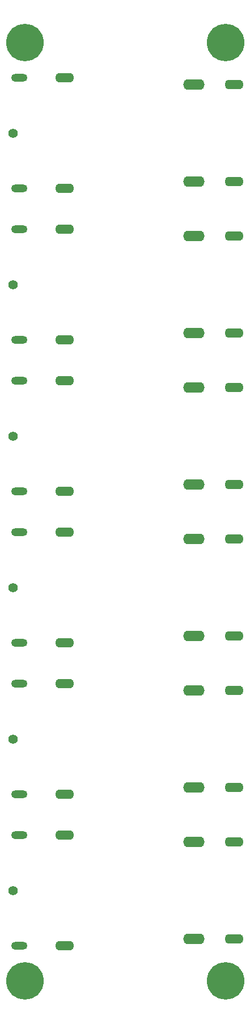
<source format=gbr>
%TF.GenerationSoftware,KiCad,Pcbnew,6.0.7-1.fc36*%
%TF.CreationDate,2022-07-28T15:58:57+01:00*%
%TF.ProjectId,pc070_aida_hdmi_dp,70633037-305f-4616-9964-615f68646d69,rev?*%
%TF.SameCoordinates,Original*%
%TF.FileFunction,Soldermask,Bot*%
%TF.FilePolarity,Negative*%
%FSLAX46Y46*%
G04 Gerber Fmt 4.6, Leading zero omitted, Abs format (unit mm)*
G04 Created by KiCad (PCBNEW 6.0.7-1.fc36) date 2022-07-28 15:58:57*
%MOMM*%
%LPD*%
G01*
G04 APERTURE LIST*
%ADD10O,3.200000X1.600000*%
%ADD11O,2.820000X1.410000*%
%ADD12C,3.600000*%
%ADD13C,5.600000*%
%ADD14C,1.400000*%
%ADD15O,2.800000X1.400000*%
%ADD16O,2.400000X1.200000*%
G04 APERTURE END LIST*
D10*
%TO.C,J6*%
X100300000Y-110947000D03*
X100300000Y-96447000D03*
D11*
X106260000Y-110947000D03*
X106260000Y-96447000D03*
%TD*%
D12*
%TO.C,H3*%
X105000000Y-185000000D03*
D13*
X105000000Y-185000000D03*
%TD*%
%TO.C,H4*%
X75000000Y-185000000D03*
D12*
X75000000Y-185000000D03*
%TD*%
D10*
%TO.C,J8*%
X100300000Y-133553000D03*
X100300000Y-119053000D03*
D11*
X106260000Y-133553000D03*
X106260000Y-119053000D03*
%TD*%
D14*
%TO.C,J7*%
X73280000Y-126303000D03*
D15*
X80960000Y-118053000D03*
X80960000Y-134553000D03*
D16*
X74180000Y-118053000D03*
X74180000Y-134553000D03*
%TD*%
D10*
%TO.C,J2*%
X100300000Y-65735000D03*
X100300000Y-51235000D03*
D11*
X106260000Y-65735000D03*
X106260000Y-51235000D03*
%TD*%
D12*
%TO.C,H2*%
X105000000Y-45000000D03*
D13*
X105000000Y-45000000D03*
%TD*%
D14*
%TO.C,J9*%
X73280000Y-148909000D03*
D15*
X80960000Y-140659000D03*
X80960000Y-157159000D03*
D16*
X74180000Y-140659000D03*
X74180000Y-157159000D03*
%TD*%
D12*
%TO.C,H1*%
X75000000Y-45000000D03*
D13*
X75000000Y-45000000D03*
%TD*%
D10*
%TO.C,J4*%
X100300000Y-88341000D03*
X100300000Y-73841000D03*
D11*
X106260000Y-88341000D03*
X106260000Y-73841000D03*
%TD*%
D10*
%TO.C,J10*%
X100300000Y-156159000D03*
X100300000Y-141659000D03*
D11*
X106260000Y-156159000D03*
X106260000Y-141659000D03*
%TD*%
D10*
%TO.C,J12*%
X100300000Y-178765000D03*
X100300000Y-164265000D03*
D11*
X106260000Y-178765000D03*
X106260000Y-164265000D03*
%TD*%
D14*
%TO.C,J1*%
X73280000Y-58485000D03*
D15*
X80960000Y-50235000D03*
X80960000Y-66735000D03*
D16*
X74180000Y-50235000D03*
X74180000Y-66735000D03*
%TD*%
D14*
%TO.C,J3*%
X73280000Y-81091000D03*
D15*
X80960000Y-72841000D03*
X80960000Y-89341000D03*
D16*
X74180000Y-72841000D03*
X74180000Y-89341000D03*
%TD*%
D14*
%TO.C,J5*%
X73280000Y-103697000D03*
D15*
X80960000Y-95447000D03*
X80960000Y-111947000D03*
D16*
X74180000Y-95447000D03*
X74180000Y-111947000D03*
%TD*%
D14*
%TO.C,J11*%
X73280000Y-171515000D03*
D15*
X80960000Y-163265000D03*
X80960000Y-179765000D03*
D16*
X74180000Y-163265000D03*
X74180000Y-179765000D03*
%TD*%
M02*

</source>
